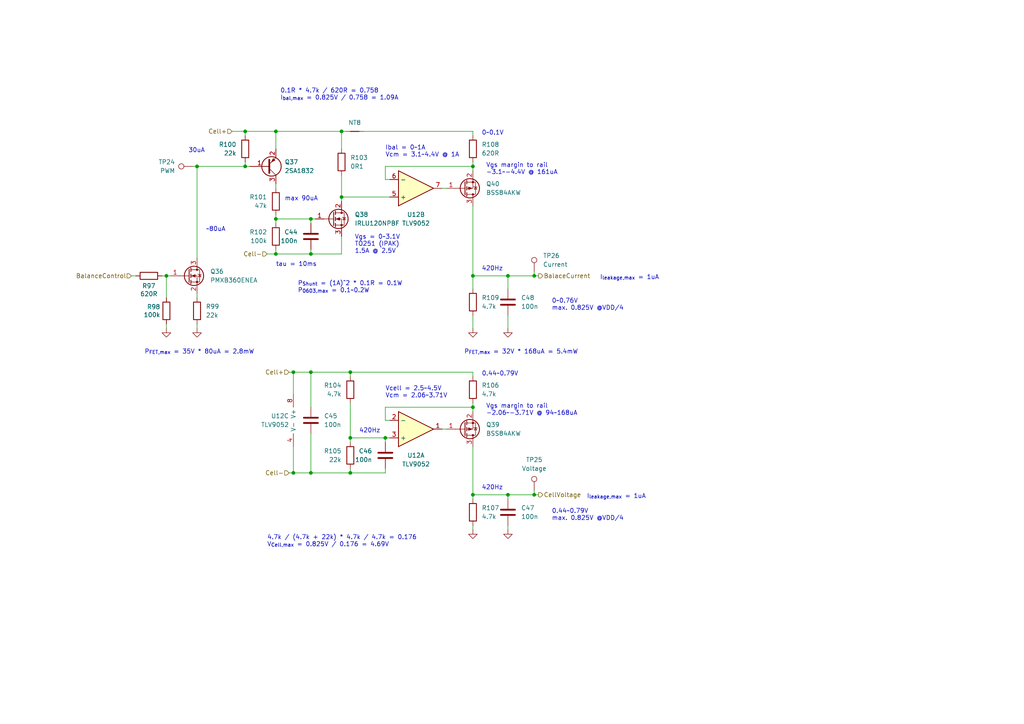
<source format=kicad_sch>
(kicad_sch (version 20211123) (generator eeschema)
  (paper "A4")
  (title_block (title "8-Cell Balancer") (date "2024-01-10") (rev "-"))
  (lib_symbols
    (symbol "Connector:TestPoint" (pin_numbers hide) (pin_names (offset 0.762) hide)
      (property "Reference" "TP" (at 0 6.858 0))
      (property "Value" "TestPoint" (at 0 5.08 0))
      (symbol "TestPoint_0_1"
        (circle (center 0 3.302) (radius 0.762))
      )
      (symbol "TestPoint_1_1"
        (pin passive line (at 0 0 90) (length 2.54) (name "1") (number "1"))
      )
    )
    (symbol "Device:C" (pin_numbers hide) (pin_names (offset 0.254))
      (property "Reference" "C" (at 0.635 2.54 0))
      (property "Value" "C" (at 0.635 -2.54 0))
      (symbol "C_0_1"
        (polyline (pts (xy -2.032 -0.762) (xy 2.032 -0.762)) (stroke (width 0.508)))
        (polyline (pts (xy -2.032 0.762) (xy 2.032 0.762)) (stroke (width 0.508)))
      )
      (symbol "C_1_1"
        (pin passive line (at 0 3.81 270) (length 2.794) (name "~") (number "1"))
        (pin passive line (at 0 -3.81 90) (length 2.794) (name "~") (number "2"))
      )
    )
    (symbol "Device:NetTie_2" (pin_numbers hide) (pin_names (offset 0) hide) (in_bom no)
      (property "Reference" "NT" (at 0 1.27 0))
      (property "Value" "NetTie_2" (at 0 -1.27 0))
      (symbol "NetTie_2_0_1"
        (polyline (pts (xy -1.27 0) (xy 1.27 0)) (stroke (width 0.254)))
      )
      (symbol "NetTie_2_1_1"
        (pin passive line (at -2.54 0 0) (length 2.54) (name "1") (number "1"))
        (pin passive line (at 2.54 0 180) (length 2.54) (name "2") (number "2"))
      )
    )
    (symbol "Device:Opamp_Dual_Generic"
      (property "Reference" "U" (at 0 5.08 0))
      (property "Value" "Device_Opamp_Dual_Generic" (at 0 -5.08 0))
      (symbol "Opamp_Dual_Generic_1_1"
        (polyline (pts (xy -5.08 5.08) (xy 5.08 0) (xy -5.08 -5.08) (xy -5.08 5.08)) (stroke (width 0.254)) (fill (type background)))
        (pin output line (at 7.62 0 180) (length 2.54) (name "~") (number "1"))
        (pin input line (at -7.62 -2.54 0) (length 2.54) (name "-") (number "2"))
        (pin input line (at -7.62 2.54 0) (length 2.54) (name "+") (number "3"))
      )
      (symbol "Opamp_Dual_Generic_2_1"
        (polyline (pts (xy -5.08 5.08) (xy 5.08 0) (xy -5.08 -5.08) (xy -5.08 5.08)) (stroke (width 0.254)) (fill (type background)))
        (pin input line (at -7.62 2.54 0) (length 2.54) (name "+") (number "5"))
        (pin input line (at -7.62 -2.54 0) (length 2.54) (name "-") (number "6"))
        (pin output line (at 7.62 0 180) (length 2.54) (name "~") (number "7"))
      )
      (symbol "Opamp_Dual_Generic_3_1"
        (pin power_in line (at -2.54 -7.62 90) (length 3.81) (name "V-") (number "4"))
        (pin power_in line (at -2.54 7.62 270) (length 3.81) (name "V+") (number "8"))
      )
    )
    (symbol "Device:Q_NMOS_GDS" (pin_names (offset 0) hide)
      (property "Reference" "Q" (at 5.08 1.27 0))
      (property "Value" "Q_NMOS_GDS" (at 5.08 -1.27 0))
      (symbol "Q_NMOS_GDS_0_1"
        (polyline (pts (xy 0.254 0) (xy -2.54 0)))
        (polyline (pts (xy 0.254 1.905) (xy 0.254 -1.905)) (stroke (width 0.254)))
        (polyline (pts (xy 0.762 -1.27) (xy 0.762 -2.286)) (stroke (width 0.254)))
        (polyline (pts (xy 0.762 0.508) (xy 0.762 -0.508)) (stroke (width 0.254)))
        (polyline (pts (xy 0.762 2.286) (xy 0.762 1.27)) (stroke (width 0.254)))
        (polyline (pts (xy 2.54 2.54) (xy 2.54 1.778)))
        (polyline (pts (xy 2.54 -2.54) (xy 2.54 0) (xy 0.762 0)))
        (polyline (pts (xy 0.762 -1.778) (xy 3.302 -1.778) (xy 3.302 1.778) (xy 0.762 1.778)))
        (polyline (pts (xy 1.016 0) (xy 2.032 0.381) (xy 2.032 -0.381) (xy 1.016 0)) (fill (type outline)))
        (polyline (pts (xy 2.794 0.508) (xy 2.921 0.381) (xy 3.683 0.381) (xy 3.81 0.254)))
        (polyline (pts (xy 3.302 0.381) (xy 2.921 -0.254) (xy 3.683 -0.254) (xy 3.302 0.381)))
        (circle (center 1.651 0) (radius 2.794) (stroke (width 0.254)))
        (circle (center 2.54 -1.778) (radius 0.254) (fill (type outline)))
        (circle (center 2.54 1.778) (radius 0.254) (fill (type outline)))
      )
      (symbol "Q_NMOS_GDS_1_1"
        (pin input line (at -5.08 0 0) (length 2.54) (name "G") (number "1"))
        (pin passive line (at 2.54 5.08 270) (length 2.54) (name "D") (number "2"))
        (pin passive line (at 2.54 -5.08 90) (length 2.54) (name "S") (number "3"))
      )
    )
    (symbol "Device:Q_NMOS_GSD" (pin_names (offset 0) hide)
      (property "Reference" "Q" (at 5.08 1.27 0))
      (property "Value" "Q_NMOS_GSD" (at 5.08 -1.27 0))
      (symbol "Q_NMOS_GSD_0_1"
        (polyline (pts (xy 0.254 0) (xy -2.54 0)))
        (polyline (pts (xy 0.254 1.905) (xy 0.254 -1.905)) (stroke (width 0.254)))
        (polyline (pts (xy 0.762 -1.27) (xy 0.762 -2.286)) (stroke (width 0.254)))
        (polyline (pts (xy 0.762 0.508) (xy 0.762 -0.508)) (stroke (width 0.254)))
        (polyline (pts (xy 0.762 2.286) (xy 0.762 1.27)) (stroke (width 0.254)))
        (polyline (pts (xy 2.54 2.54) (xy 2.54 1.778)))
        (polyline (pts (xy 2.54 -2.54) (xy 2.54 0) (xy 0.762 0)))
        (polyline (pts (xy 0.762 -1.778) (xy 3.302 -1.778) (xy 3.302 1.778) (xy 0.762 1.778)))
        (polyline (pts (xy 1.016 0) (xy 2.032 0.381) (xy 2.032 -0.381) (xy 1.016 0)) (fill (type outline)))
        (polyline (pts (xy 2.794 0.508) (xy 2.921 0.381) (xy 3.683 0.381) (xy 3.81 0.254)))
        (polyline (pts (xy 3.302 0.381) (xy 2.921 -0.254) (xy 3.683 -0.254) (xy 3.302 0.381)))
        (circle (center 1.651 0) (radius 2.794) (stroke (width 0.254)))
        (circle (center 2.54 -1.778) (radius 0.254) (fill (type outline)))
        (circle (center 2.54 1.778) (radius 0.254) (fill (type outline)))
      )
      (symbol "Q_NMOS_GSD_1_1"
        (pin input line (at -5.08 0 0) (length 2.54) (name "G") (number "1"))
        (pin passive line (at 2.54 -5.08 90) (length 2.54) (name "S") (number "2"))
        (pin passive line (at 2.54 5.08 270) (length 2.54) (name "D") (number "3"))
      )
    )
    (symbol "Device:Q_PMOS_GSD" (pin_names (offset 0) hide)
      (property "Reference" "Q" (at 5.08 1.27 0))
      (property "Value" "Q_PMOS_GSD" (at 5.08 -1.27 0))
      (symbol "Q_PMOS_GSD_0_1"
        (polyline (pts (xy 0.254 0) (xy -2.54 0)))
        (polyline (pts (xy 0.254 1.905) (xy 0.254 -1.905)) (stroke (width 0.254)))
        (polyline (pts (xy 0.762 -1.27) (xy 0.762 -2.286)) (stroke (width 0.254)))
        (polyline (pts (xy 0.762 0.508) (xy 0.762 -0.508)) (stroke (width 0.254)))
        (polyline (pts (xy 0.762 2.286) (xy 0.762 1.27)) (stroke (width 0.254)))
        (polyline (pts (xy 2.54 2.54) (xy 2.54 1.778)))
        (polyline (pts (xy 2.54 -2.54) (xy 2.54 0) (xy 0.762 0)))
        (polyline (pts (xy 0.762 1.778) (xy 3.302 1.778) (xy 3.302 -1.778) (xy 0.762 -1.778)))
        (polyline (pts (xy 2.286 0) (xy 1.27 0.381) (xy 1.27 -0.381) (xy 2.286 0)) (fill (type outline)))
        (polyline (pts (xy 2.794 -0.508) (xy 2.921 -0.381) (xy 3.683 -0.381) (xy 3.81 -0.254)))
        (polyline (pts (xy 3.302 -0.381) (xy 2.921 0.254) (xy 3.683 0.254) (xy 3.302 -0.381)))
        (circle (center 1.651 0) (radius 2.794) (stroke (width 0.254)))
        (circle (center 2.54 -1.778) (radius 0.254) (fill (type outline)))
        (circle (center 2.54 1.778) (radius 0.254) (fill (type outline)))
      )
      (symbol "Q_PMOS_GSD_1_1"
        (pin input line (at -5.08 0 0) (length 2.54) (name "G") (number "1"))
        (pin passive line (at 2.54 -5.08 90) (length 2.54) (name "S") (number "2"))
        (pin passive line (at 2.54 5.08 270) (length 2.54) (name "D") (number "3"))
      )
    )
    (symbol "Device:Q_PNP_BEC" (pin_names (offset 0) hide)
      (property "Reference" "Q" (at 5.08 1.27 0))
      (property "Value" "Q_PNP_BEC" (at 5.08 -1.27 0))
      (symbol "Q_PNP_BEC_0_1"
        (polyline (pts (xy 0.635 0.635) (xy 2.54 2.54)))
        (polyline (pts (xy 0.635 -0.635) (xy 2.54 -2.54) (xy 2.54 -2.54)))
        (polyline (pts (xy 0.635 1.905) (xy 0.635 -1.905) (xy 0.635 -1.905)) (stroke (width 0.508)))
        (polyline (pts (xy 2.286 -1.778) (xy 1.778 -2.286) (xy 1.27 -1.27) (xy 2.286 -1.778) (xy 2.286 -1.778)) (fill (type outline)))
        (circle (center 1.27 0) (radius 2.8194) (stroke (width 0.254)))
      )
      (symbol "Q_PNP_BEC_1_1"
        (pin input line (at -5.08 0 0) (length 5.715) (name "B") (number "1"))
        (pin passive line (at 2.54 -5.08 90) (length 2.54) (name "E") (number "2"))
        (pin passive line (at 2.54 5.08 270) (length 2.54) (name "C") (number "3"))
      )
    )
    (symbol "Device:R" (pin_numbers hide) (pin_names (offset 0))
      (property "Reference" "R" (at 2.032 0 90))
      (property "Value" "R" (at 0 0 90))
      (symbol "R_0_1"
        (rectangle (start -1.016 -2.54) (end 1.016 2.54) (stroke (width 0.254)))
      )
      (symbol "R_1_1"
        (pin passive line (at 0 3.81 270) (length 1.27) (name "~") (number "1"))
        (pin passive line (at 0 -3.81 90) (length 1.27) (name "~") (number "2"))
      )
    )
    (symbol "power:GND" (power) (pin_names (offset 0))
      (property "Value" "GND" (at 0 -3.81 0))
      (symbol "GND_0_1"
        (polyline (pts (xy 0 0) (xy 0 -1.27) (xy 1.27 -1.27) (xy 0 -2.54) (xy -1.27 -1.27) (xy 0 -1.27)))
      )
      (symbol "GND_1_1"
        (pin power_in line (at 0 0 270) (length 0) hide (name "GND") (number "1"))
      )
    )
  )
  (junction (at 111.76 127))
  (junction (at 101.6 137.16))
  (junction (at 48.26 80.01))
  (junction (at 85.09 137.16))
  (junction (at 90.17 107.95))
  (junction (at 99.06 57.15))
  (junction (at 80.01 38.1))
  (junction (at 85.09 107.95))
  (junction (at 137.16 80.01))
  (junction (at 147.32 143.51))
  (junction (at 147.32 80.01))
  (junction (at 101.6 127))
  (junction (at 90.17 73.66))
  (junction (at 57.15 48.26))
  (junction (at 80.01 73.66))
  (junction (at 137.16 48.26))
  (junction (at 101.6 107.95))
  (junction (at 80.01 63.5))
  (junction (at 137.16 118.11))
  (junction (at 90.17 137.16))
  (junction (at 137.16 143.51))
  (junction (at 99.06 38.1))
  (junction (at 154.94 80.01))
  (junction (at 71.12 48.26))
  (junction (at 71.12 38.1))
  (junction (at 90.17 63.5))
  (junction (at 154.94 143.51))
  (wire (pts (xy 137.16 109.22) (xy 137.16 107.95)))
  (wire (pts (xy 48.26 80.01) (xy 46.99 80.01)))
  (wire (pts (xy 90.17 107.95) (xy 90.17 118.11)))
  (wire (pts (xy 137.16 59.69) (xy 137.16 80.01)))
  (wire (pts (xy 154.94 78.74) (xy 154.94 80.01)))
  (wire (pts (xy 71.12 48.26) (xy 57.15 48.26)))
  (wire (pts (xy 85.09 137.16) (xy 83.82 137.16)))
  (wire (pts (xy 48.26 93.98) (xy 48.26 95.25)))
  (wire (pts (xy 101.6 137.16) (xy 111.76 137.16)))
  (wire (pts (xy 147.32 143.51) (xy 154.94 143.51)))
  (wire (pts (xy 137.16 46.99) (xy 137.16 48.26)))
  (wire (pts (xy 55.88 48.26) (xy 57.15 48.26)))
  (wire (pts (xy 154.94 142.24) (xy 154.94 143.51)))
  (wire (pts (xy 85.09 137.16) (xy 90.17 137.16)))
  (wire (pts (xy 80.01 62.23) (xy 80.01 63.5)))
  (wire (pts (xy 99.06 57.15) (xy 113.03 57.15)))
  (wire (pts (xy 111.76 128.27) (xy 111.76 127)))
  (wire (pts (xy 137.16 48.26) (xy 137.16 49.53)))
  (wire (pts (xy 57.15 48.26) (xy 57.15 74.93)))
  (wire (pts (xy 154.94 80.01) (xy 156.21 80.01)))
  (wire (pts (xy 147.32 80.01) (xy 154.94 80.01)))
  (wire (pts (xy 85.09 107.95) (xy 90.17 107.95)))
  (wire (pts (xy 137.16 116.84) (xy 137.16 118.11)))
  (wire (pts (xy 90.17 137.16) (xy 101.6 137.16)))
  (wire (pts (xy 77.47 73.66) (xy 80.01 73.66)))
  (wire (pts (xy 101.6 127) (xy 111.76 127)))
  (wire (pts (xy 137.16 80.01) (xy 147.32 80.01)))
  (wire (pts (xy 90.17 63.5) (xy 91.44 63.5)))
  (wire (pts (xy 147.32 91.44) (xy 147.32 95.25)))
  (wire (pts (xy 111.76 52.07) (xy 111.76 48.26)))
  (wire (pts (xy 147.32 143.51) (xy 147.32 144.78)))
  (wire (pts (xy 147.32 80.01) (xy 147.32 83.82)))
  (wire (pts (xy 111.76 48.26) (xy 137.16 48.26)))
  (wire (pts (xy 113.03 52.07) (xy 111.76 52.07)))
  (wire (pts (xy 90.17 125.73) (xy 90.17 137.16)))
  (wire (pts (xy 137.16 118.11) (xy 137.16 119.38)))
  (wire (pts (xy 99.06 38.1) (xy 100.33 38.1)))
  (wire (pts (xy 67.31 38.1) (xy 71.12 38.1)))
  (wire (pts (xy 90.17 72.39) (xy 90.17 73.66)))
  (wire (pts (xy 80.01 53.34) (xy 80.01 54.61)))
  (wire (pts (xy 99.06 50.8) (xy 99.06 57.15)))
  (wire (pts (xy 99.06 43.18) (xy 99.06 38.1)))
  (wire (pts (xy 128.27 124.46) (xy 129.54 124.46)))
  (wire (pts (xy 71.12 46.99) (xy 71.12 48.26)))
  (wire (pts (xy 111.76 127) (xy 113.03 127)))
  (wire (pts (xy 105.41 38.1) (xy 137.16 38.1)))
  (wire (pts (xy 90.17 107.95) (xy 101.6 107.95)))
  (wire (pts (xy 101.6 109.22) (xy 101.6 107.95)))
  (wire (pts (xy 137.16 143.51) (xy 147.32 143.51)))
  (wire (pts (xy 80.01 63.5) (xy 90.17 63.5)))
  (wire (pts (xy 39.37 80.01) (xy 38.1 80.01)))
  (wire (pts (xy 57.15 85.09) (xy 57.15 86.36)))
  (wire (pts (xy 99.06 57.15) (xy 99.06 58.42)))
  (wire (pts (xy 137.16 91.44) (xy 137.16 95.25)))
  (wire (pts (xy 113.03 121.92) (xy 111.76 121.92)))
  (wire (pts (xy 80.01 64.77) (xy 80.01 63.5)))
  (wire (pts (xy 80.01 38.1) (xy 80.01 43.18)))
  (wire (pts (xy 154.94 143.51) (xy 156.21 143.51)))
  (wire (pts (xy 71.12 48.26) (xy 72.39 48.26)))
  (wire (pts (xy 99.06 68.58) (xy 99.06 73.66)))
  (wire (pts (xy 99.06 73.66) (xy 90.17 73.66)))
  (wire (pts (xy 101.6 116.84) (xy 101.6 127)))
  (wire (pts (xy 137.16 152.4) (xy 137.16 153.67)))
  (wire (pts (xy 101.6 107.95) (xy 137.16 107.95)))
  (wire (pts (xy 111.76 121.92) (xy 111.76 118.11)))
  (wire (pts (xy 137.16 129.54) (xy 137.16 143.51)))
  (wire (pts (xy 57.15 93.98) (xy 57.15 95.25)))
  (wire (pts (xy 49.53 80.01) (xy 48.26 80.01)))
  (wire (pts (xy 111.76 135.89) (xy 111.76 137.16)))
  (wire (pts (xy 101.6 127) (xy 101.6 128.27)))
  (wire (pts (xy 137.16 143.51) (xy 137.16 144.78)))
  (wire (pts (xy 80.01 72.39) (xy 80.01 73.66)))
  (wire (pts (xy 90.17 64.77) (xy 90.17 63.5)))
  (wire (pts (xy 137.16 80.01) (xy 137.16 83.82)))
  (wire (pts (xy 111.76 118.11) (xy 137.16 118.11)))
  (wire (pts (xy 71.12 38.1) (xy 80.01 38.1)))
  (wire (pts (xy 48.26 86.36) (xy 48.26 80.01)))
  (wire (pts (xy 80.01 38.1) (xy 99.06 38.1)))
  (wire (pts (xy 85.09 114.3) (xy 85.09 107.95)))
  (wire (pts (xy 147.32 152.4) (xy 147.32 153.67)))
  (wire (pts (xy 128.27 54.61) (xy 129.54 54.61)))
  (wire (pts (xy 80.01 73.66) (xy 90.17 73.66)))
  (wire (pts (xy 85.09 129.54) (xy 85.09 137.16)))
  (wire (pts (xy 83.82 107.95) (xy 85.09 107.95)))
  (wire (pts (xy 71.12 38.1) (xy 71.12 39.37)))
  (wire (pts (xy 101.6 135.89) (xy 101.6 137.16)))
  (wire (pts (xy 137.16 39.37) (xy 137.16 38.1)))
  (text "P_{FET,max} = 32V * 168uA = 5.4mW" (at 134.62 102.87 0) (effects (font (size 1.27 1.27)) (justify left bottom)))
  (text "420Hz" (at 139.7 78.74 0) (effects (font (size 1.27 1.27)) (justify left bottom)))
  (text "420Hz" (at 104.14 125.73 0) (effects (font (size 1.27 1.27)) (justify left bottom)))
  (text "P_{FET,max} = 35V * 80uA = 2.8mW" (at 41.91 102.87 0) (effects (font (size 1.27 1.27)) (justify left bottom)))
  (text "tau = 10ms" (at 80.01 77.47 0) (effects (font (size 1.27 1.27)) (justify left bottom)))
  (text "Vgs margin to rail\n-3.1~-4.4V @ 161uA" (at 140.97 50.8 0) (effects (font (size 1.27 1.27)) (justify left bottom)))
  (text "I_{leakage,max} = 1uA" (at 173.99 81.28 0) (effects (font (size 1.27 1.27)) (justify left bottom)))
  (text "P_{Shunt} = (1A)^2 * 0.1R = 0.1W\nP_{0603,max} = 0.1~0.2W" (at 86.36 85.09 0) (effects (font (size 1.27 1.27)) (justify left bottom)))
  (text "0.44~0.79V\nmax. 0.825V @VDD/4" (at 160.02 151.13 0) (effects (font (size 1.27 1.27)) (justify left bottom)))
  (text "max 90uA" (at 82.55 58.42 0) (effects (font (size 1.27 1.27)) (justify left bottom)))
  (text "~80uA" (at 59.69 67.31 0) (effects (font (size 1.27 1.27)) (justify left bottom)))
  (text "Vgs margin to rail\n-2.06~-3.71V @ 94~168uA" (at 140.97 120.65 0) (effects (font (size 1.27 1.27)) (justify left bottom)))
  (text "Vgs = 0~3.1V\nTO251 (IPAK)\n1.5A @ 2.5V" (at 102.87 73.66 0) (effects (font (size 1.27 1.27)) (justify left bottom)))
  (text "Ibal = 0~1A\nVcm = 3.1~4.4V @ 1A" (at 111.76 45.72 0) (effects (font (size 1.27 1.27)) (justify left bottom)))
  (text "4.7k / (4.7k + 22k) * 4.7k / 4.7k = 0.176\nV_{Cell,max} = 0.825V / 0.176 = 4.69V" (at 77.47 158.75 0) (effects (font (size 1.27 1.27)) (justify left bottom)))
  (text "0.44~0.79V" (at 139.7 109.22 0) (effects (font (size 1.27 1.27)) (justify left bottom)))
  (text "I_{leakage,max} = 1uA" (at 170.18 144.78 0) (effects (font (size 1.27 1.27)) (justify left bottom)))
  (text "0.1R * 4.7k / 620R = 0.758\nI_{bal,max} = 0.825V / 0.758 = 1.09A" (at 81.28 29.21 0) (effects (font (size 1.27 1.27)) (justify left bottom)))
  (text "30uA" (at 54.61 44.45 0) (effects (font (size 1.27 1.27)) (justify left bottom)))
  (text "0~0.76V\nmax. 0.825V @VDD/4" (at 160.02 90.17 0) (effects (font (size 1.27 1.27)) (justify left bottom)))
  (text "0~0.1V" (at 139.7 39.37 0) (effects (font (size 1.27 1.27)) (justify left bottom)))
  (text "420Hz" (at 139.7 142.24 0) (effects (font (size 1.27 1.27)) (justify left bottom)))
  (text "Vcell = 2.5~4.5V\nVcm = 2.06~3.71V" (at 111.76 115.57 0) (effects (font (size 1.27 1.27)) (justify left bottom)))
  (hierarchical_label "BalanceControl" (shape input) (at 38.1 80.01 180))
  (hierarchical_label "Cell+" (shape input) (at 83.82 107.95 180))
  (hierarchical_label "Cell+" (shape input) (at 67.31 38.1 180))
  (hierarchical_label "Cell-" (shape input) (at 83.82 137.16 180))
  (hierarchical_label "BalaceCurrent" (shape output) (at 156.21 80.01 0))
  (hierarchical_label "CellVoltage" (shape output) (at 156.21 143.51 0))
  (hierarchical_label "Cell-" (shape input) (at 77.47 73.66 180))
  (symbol (lib_id "Device:NetTie_2") (at 102.87 38.1 0) (unit 1) (in_bom no)
    (property "Reference" "NT8" (at 102.87 35.56 0))
    (property "Value" "NetTie" (effects hide))
    (property "Footprint" "0_ProjectLibrary:NetTie-2_SMD_Pad0.127mm" (effects hide))
  )
  (symbol (lib_id "Device:C") (at 90.17 68.58 0) (unit 1)
    (property "Reference" "C44" (at 86.36 67.3099 0) (effects (justify right)))
    (property "Value" "100n" (at 86.36 69.8499 0) (effects (justify right)))
    (property "Footprint" "Capacitor_SMD:C_0402_1005Metric" (effects hide))
  )
  (symbol (lib_id "Device:Q_PMOS_GSD") (at 134.62 54.61 0) (mirror x) (unit 1)
    (property "Reference" "Q40" (at 140.97 53.3399 0) (effects (justify left)))
    (property "Value" "BSS84AKW" (at 140.97 55.8799 0) (effects (justify left)))
    (property "Footprint" "Package_TO_SOT_SMD:SOT-323_SC-70" (effects hide))
  )
  (symbol (lib_id "Device:C") (at 147.32 87.63 0) (unit 1)
    (property "Reference" "C48" (at 151.13 86.3599 0) (effects (justify left)))
    (property "Value" "100n" (at 151.13 88.8999 0) (effects (justify left)))
    (property "Footprint" "Capacitor_SMD:C_0402_1005Metric" (effects hide))
  )
  (symbol (lib_id "power:GND") (at 57.15 95.25 0) (unit 1)
    (property "Reference" "#PWR070" (effects hide))
    (property "Value" "GND" (effects hide))
  )
  (symbol (lib_id "Connector:TestPoint") (at 154.94 78.74 0) (unit 1)
    (property "Reference" "TP26" (at 157.48 74.1679 0) (effects (justify left)))
    (property "Value" "Current" (at 157.48 76.7079 0) (effects (justify left)))
    (property "Footprint" "0_ProjectLibrary:TestPoint_Pad_D1.0mm" (effects hide))
  )
  (symbol (lib_id "Device:R") (at 80.01 58.42 0) (unit 1)
    (property "Reference" "R101" (at 77.47 57.1499 0) (effects (justify right)))
    (property "Value" "47k" (at 77.47 59.6899 0) (effects (justify right)))
    (property "Footprint" "Resistor_SMD:R_0402_1005Metric" (effects hide))
  )
  (symbol (lib_id "Device:Opamp_Dual_Generic") (at 120.65 54.61 0) (mirror x) (unit 2)
    (property "Reference" "U12" (at 120.65 62.23 0))
    (property "Value" "TLV9052" (at 120.65 64.77 0))
    (property "Footprint" "Package_TO_SOT_SMD:SOT-23-8" (effects hide))
  )
  (symbol (lib_id "Device:Q_NMOS_GSD") (at 54.61 80.01 0) (unit 1)
    (property "Reference" "Q36" (at 60.96 78.7399 0) (effects (justify left)))
    (property "Value" "PMXB360ENEA" (at 60.96 81.2799 0) (effects (justify left)))
    (property "Footprint" "0_ProjectLibrary:DFN1010-3" (effects hide))
  )
  (symbol (lib_id "Device:C") (at 147.32 148.59 0) (unit 1)
    (property "Reference" "C47" (at 151.13 147.3199 0) (effects (justify left)))
    (property "Value" "100n" (at 151.13 149.8599 0) (effects (justify left)))
    (property "Footprint" "Capacitor_SMD:C_0402_1005Metric" (effects hide))
  )
  (symbol (lib_id "Device:R") (at 57.15 90.17 0) (unit 1)
    (property "Reference" "R99" (at 59.69 88.8999 0) (effects (justify left)))
    (property "Value" "22k" (at 59.69 91.4399 0) (effects (justify left)))
    (property "Footprint" "Resistor_SMD:R_0402_1005Metric" (effects hide))
  )
  (symbol (lib_id "Device:R") (at 48.26 90.17 0) (unit 1)
    (property "Reference" "R98" (at 46.5074 89.0016 0) (effects (justify right)))
    (property "Value" "100k" (at 46.5074 91.313 0) (effects (justify right)))
    (property "Footprint" "Resistor_SMD:R_0402_1005Metric" (effects hide))
  )
  (symbol (lib_id "power:GND") (at 147.32 95.25 0) (unit 1)
    (property "Reference" "#PWR074" (effects hide))
    (property "Value" "GND" (effects hide))
  )
  (symbol (lib_id "Connector:TestPoint") (at 55.88 48.26 90) (unit 1)
    (property "Reference" "TP24" (at 50.8 46.9899 90) (effects (justify left)))
    (property "Value" "PWM" (at 50.8 49.5299 90) (effects (justify left)))
    (property "Footprint" "0_ProjectLibrary:TestPoint_Pad_D1.0mm" (effects hide))
  )
  (symbol (lib_id "Device:C") (at 90.17 121.92 0) (unit 1)
    (property "Reference" "C45" (at 93.98 120.6499 0) (effects (justify left)))
    (property "Value" "100n" (at 93.98 123.1899 0) (effects (justify left)))
    (property "Footprint" "Capacitor_SMD:C_0402_1005Metric" (effects hide))
  )
  (symbol (lib_id "power:GND") (at 48.26 95.25 0) (unit 1)
    (property "Reference" "#PWR069" (effects hide))
    (property "Value" "GND" (effects hide))
  )
  (symbol (lib_id "Device:R") (at 137.16 43.18 0) (unit 1)
    (property "Reference" "R108" (at 139.7 41.9099 0) (effects (justify left)))
    (property "Value" "620R" (at 139.7 44.4499 0) (effects (justify left)))
    (property "Footprint" "Resistor_SMD:R_0402_1005Metric" (effects hide))
  )
  (symbol (lib_id "Device:R") (at 137.16 87.63 0) (unit 1)
    (property "Reference" "R109" (at 139.7 86.3599 0) (effects (justify left)))
    (property "Value" "4.7k" (at 139.7 88.8999 0) (effects (justify left)))
    (property "Footprint" "Resistor_SMD:R_0402_1005Metric" (effects hide))
  )
  (symbol (lib_id "Device:R") (at 101.6 132.08 0) (unit 1)
    (property "Reference" "R105" (at 99.06 130.8099 0) (effects (justify right)))
    (property "Value" "22k" (at 99.06 133.3499 0) (effects (justify right)))
    (property "Footprint" "Resistor_SMD:R_0402_1005Metric" (effects hide))
  )
  (symbol (lib_id "Device:Opamp_Dual_Generic") (at 120.65 124.46 0) (mirror x) (unit 1)
    (property "Reference" "U12" (at 120.65 132.08 0))
    (property "Value" "TLV9052" (at 120.65 134.62 0))
    (property "Footprint" "Package_TO_SOT_SMD:SOT-23-8" (effects hide))
  )
  (symbol (lib_id "Device:Q_PNP_BEC") (at 77.47 48.26 0) (mirror x) (unit 1)
    (property "Reference" "Q37" (at 82.55 46.9899 0) (effects (justify left)))
    (property "Value" "2SA1832" (at 82.55 49.5299 0) (effects (justify left)))
    (property "Footprint" "Package_TO_SOT_SMD:SOT-416" (effects hide))
  )
  (symbol (lib_id "Device:C") (at 111.76 132.08 0) (unit 1)
    (property "Reference" "C46" (at 107.95 130.8099 0) (effects (justify right)))
    (property "Value" "100n" (at 107.95 133.3499 0) (effects (justify right)))
    (property "Footprint" "Capacitor_SMD:C_0402_1005Metric" (effects hide))
  )
  (symbol (lib_id "Device:Q_PMOS_GSD") (at 134.62 124.46 0) (mirror x) (unit 1)
    (property "Reference" "Q39" (at 140.97 123.1899 0) (effects (justify left)))
    (property "Value" "BSS84AKW" (at 140.97 125.7299 0) (effects (justify left)))
    (property "Footprint" "Package_TO_SOT_SMD:SOT-323_SC-70" (effects hide))
  )
  (symbol (lib_id "Device:Q_NMOS_GDS") (at 96.52 63.5 0) (unit 1)
    (property "Reference" "Q38" (at 102.87 62.2299 0) (effects (justify left)))
    (property "Value" "IRLU120NPBF" (at 102.87 64.7699 0) (effects (justify left)))
    (property "Footprint" "0_ProjectLibrary:TO-251-3_Flipped" (effects hide))
  )
  (symbol (lib_id "Device:Opamp_Dual_Generic") (at 82.55 121.92 0) (mirror y) (unit 3)
    (property "Reference" "U12" (at 83.82 120.6499 0) (effects (justify left)))
    (property "Value" "TLV9052" (at 83.82 123.1899 0) (effects (justify left)))
    (property "Footprint" "Package_TO_SOT_SMD:SOT-23-8" (effects hide))
  )
  (symbol (lib_id "Device:R") (at 43.18 80.01 270) (unit 1)
    (property "Reference" "R97" (at 43.18 82.931 90))
    (property "Value" "620R" (at 43.18 85.2424 90))
    (property "Footprint" "Resistor_SMD:R_0402_1005Metric" (effects hide))
  )
  (symbol (lib_id "Device:R") (at 101.6 113.03 0) (mirror x) (unit 1)
    (property "Reference" "R104" (at 99.06 111.7599 0) (effects (justify right)))
    (property "Value" "4.7k" (at 99.06 114.2999 0) (effects (justify right)))
    (property "Footprint" "Resistor_SMD:R_0402_1005Metric" (effects hide))
  )
  (symbol (lib_id "Device:R") (at 99.06 46.99 0) (unit 1)
    (property "Reference" "R103" (at 101.6 45.7199 0) (effects (justify left)))
    (property "Value" "0R1" (at 101.6 48.2599 0) (effects (justify left)))
    (property "Footprint" "Resistor_SMD:R_0603_1608Metric" (effects hide))
  )
  (symbol (lib_id "power:GND") (at 147.32 153.67 0) (unit 1)
    (property "Reference" "#PWR073" (effects hide))
    (property "Value" "GND" (effects hide))
  )
  (symbol (lib_id "power:GND") (at 137.16 153.67 0) (unit 1)
    (property "Reference" "#PWR071" (effects hide))
    (property "Value" "GND" (effects hide))
  )
  (symbol (lib_id "Device:R") (at 71.12 43.18 0) (unit 1)
    (property "Reference" "R100" (at 68.58 41.9099 0) (effects (justify right)))
    (property "Value" "22k" (at 68.58 44.4499 0) (effects (justify right)))
    (property "Footprint" "Resistor_SMD:R_0402_1005Metric" (effects hide))
  )
  (symbol (lib_id "Device:R") (at 80.01 68.58 0) (unit 1)
    (property "Reference" "R102" (at 77.47 67.3099 0) (effects (justify right)))
    (property "Value" "100k" (at 77.47 69.8499 0) (effects (justify right)))
    (property "Footprint" "Resistor_SMD:R_0402_1005Metric" (effects hide))
  )
  (symbol (lib_id "Device:R") (at 137.16 113.03 0) (unit 1)
    (property "Reference" "R106" (at 139.7 111.7599 0) (effects (justify left)))
    (property "Value" "4.7k" (at 139.7 114.2999 0) (effects (justify left)))
    (property "Footprint" "Resistor_SMD:R_0402_1005Metric" (effects hide))
  )
  (symbol (lib_id "Connector:TestPoint") (at 154.94 142.24 0) (unit 1)
    (property "Reference" "TP25" (at 154.94 133.35 0))
    (property "Value" "Voltage" (at 154.94 135.89 0))
    (property "Footprint" "0_ProjectLibrary:TestPoint_Pad_D1.0mm" (effects hide))
  )
  (symbol (lib_id "Device:R") (at 137.16 148.59 0) (unit 1)
    (property "Reference" "R107" (at 139.7 147.3199 0) (effects (justify left)))
    (property "Value" "4.7k" (at 139.7 149.8599 0) (effects (justify left)))
    (property "Footprint" "Resistor_SMD:R_0402_1005Metric" (effects hide))
  )
  (symbol (lib_id "power:GND") (at 137.16 95.25 0) (unit 1)
    (property "Reference" "#PWR072" (effects hide))
    (property "Value" "GND" (effects hide))
  )
)
</source>
